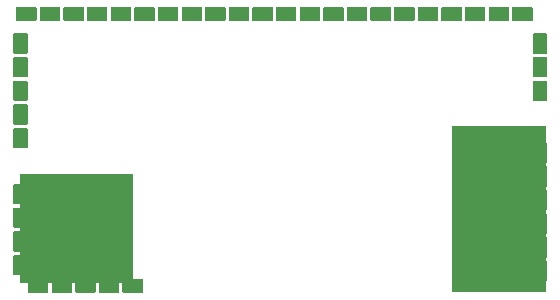
<source format=gbs>
G04*
G04 #@! TF.GenerationSoftware,Altium Limited,Altium Designer,24.5.2 (23)*
G04*
G04 Layer_Color=16711935*
%FSLAX44Y44*%
%MOMM*%
G71*
G04*
G04 #@! TF.SameCoordinates,245D8356-CA84-4E05-9727-EF31AAE23950*
G04*
G04*
G04 #@! TF.FilePolarity,Negative*
G04*
G01*
G75*
G36*
X437753Y241010D02*
X437883Y240984D01*
X438010Y240941D01*
X438129Y240882D01*
X438240Y240808D01*
X438340Y240720D01*
X438428Y240620D01*
X438502Y240509D01*
X438561Y240390D01*
X438604Y240264D01*
X438629Y240133D01*
X438638Y240000D01*
Y230000D01*
X438629Y229867D01*
X438604Y229736D01*
X438561Y229610D01*
X438502Y229491D01*
X438428Y229380D01*
X438340Y229280D01*
X438240Y229192D01*
X438129Y229118D01*
X438010Y229059D01*
X437883Y229016D01*
X437753Y228990D01*
X437620Y228982D01*
X422380Y228982D01*
X422247Y228991D01*
X422117Y229016D01*
X421990Y229059D01*
X421871Y229118D01*
X421760Y229192D01*
X421660Y229280D01*
X421572Y229380D01*
X421498Y229491D01*
X421439Y229610D01*
X421396Y229736D01*
X421371Y229867D01*
X421362Y230000D01*
Y240000D01*
X421371Y240133D01*
X421396Y240264D01*
X421439Y240390D01*
X421498Y240509D01*
X421572Y240620D01*
X421660Y240720D01*
X421760Y240808D01*
X421871Y240882D01*
X421990Y240941D01*
X422117Y240984D01*
X422247Y241010D01*
X422380Y241018D01*
X437620D01*
X437753Y241010D01*
D02*
G37*
G36*
X397753D02*
X397883Y240984D01*
X398010Y240941D01*
X398129Y240882D01*
X398240Y240808D01*
X398340Y240720D01*
X398428Y240620D01*
X398502Y240509D01*
X398561Y240390D01*
X398604Y240264D01*
X398629Y240133D01*
X398638Y240000D01*
Y230000D01*
X398629Y229867D01*
X398604Y229736D01*
X398561Y229610D01*
X398502Y229491D01*
X398428Y229380D01*
X398340Y229280D01*
X398240Y229192D01*
X398129Y229118D01*
X398010Y229059D01*
X397883Y229016D01*
X397753Y228990D01*
X397620Y228982D01*
X382380Y228982D01*
X382247Y228991D01*
X382117Y229016D01*
X381990Y229059D01*
X381871Y229118D01*
X381760Y229192D01*
X381660Y229280D01*
X381572Y229380D01*
X381498Y229491D01*
X381439Y229610D01*
X381396Y229736D01*
X381371Y229867D01*
X381362Y230000D01*
Y240000D01*
X381371Y240133D01*
X381396Y240264D01*
X381439Y240390D01*
X381498Y240509D01*
X381572Y240620D01*
X381660Y240720D01*
X381760Y240808D01*
X381871Y240882D01*
X381990Y240941D01*
X382117Y240984D01*
X382247Y241010D01*
X382380Y241018D01*
X397620D01*
X397753Y241010D01*
D02*
G37*
G36*
X377753D02*
X377883Y240984D01*
X378010Y240941D01*
X378129Y240882D01*
X378240Y240808D01*
X378340Y240720D01*
X378428Y240620D01*
X378502Y240509D01*
X378561Y240390D01*
X378604Y240264D01*
X378629Y240133D01*
X378638Y240000D01*
Y230000D01*
X378629Y229867D01*
X378604Y229736D01*
X378561Y229610D01*
X378502Y229491D01*
X378428Y229380D01*
X378340Y229280D01*
X378240Y229192D01*
X378129Y229118D01*
X378010Y229059D01*
X377883Y229016D01*
X377753Y228990D01*
X377620Y228982D01*
X362380Y228982D01*
X362247Y228991D01*
X362117Y229016D01*
X361990Y229059D01*
X361871Y229118D01*
X361760Y229192D01*
X361660Y229280D01*
X361572Y229380D01*
X361498Y229491D01*
X361439Y229610D01*
X361396Y229736D01*
X361371Y229867D01*
X361362Y230000D01*
Y240000D01*
X361371Y240133D01*
X361396Y240264D01*
X361439Y240390D01*
X361498Y240509D01*
X361572Y240620D01*
X361660Y240720D01*
X361760Y240808D01*
X361871Y240882D01*
X361990Y240941D01*
X362117Y240984D01*
X362247Y241010D01*
X362380Y241018D01*
X377620D01*
X377753Y241010D01*
D02*
G37*
G36*
X357753D02*
X357883Y240984D01*
X358010Y240941D01*
X358129Y240882D01*
X358240Y240808D01*
X358340Y240720D01*
X358428Y240620D01*
X358502Y240509D01*
X358561Y240390D01*
X358604Y240264D01*
X358629Y240133D01*
X358638Y240000D01*
Y230000D01*
X358629Y229867D01*
X358604Y229736D01*
X358561Y229610D01*
X358502Y229491D01*
X358428Y229380D01*
X358340Y229280D01*
X358240Y229192D01*
X358129Y229118D01*
X358010Y229059D01*
X357883Y229016D01*
X357753Y228990D01*
X357620Y228982D01*
X342380Y228982D01*
X342247Y228991D01*
X342117Y229016D01*
X341990Y229059D01*
X341871Y229118D01*
X341760Y229192D01*
X341660Y229280D01*
X341572Y229380D01*
X341498Y229491D01*
X341439Y229610D01*
X341396Y229736D01*
X341371Y229867D01*
X341362Y230000D01*
Y240000D01*
X341371Y240133D01*
X341396Y240264D01*
X341439Y240390D01*
X341498Y240509D01*
X341572Y240620D01*
X341660Y240720D01*
X341760Y240808D01*
X341871Y240882D01*
X341990Y240941D01*
X342117Y240984D01*
X342247Y241010D01*
X342380Y241018D01*
X357620D01*
X357753Y241010D01*
D02*
G37*
G36*
X337753D02*
X337883Y240984D01*
X338010Y240941D01*
X338129Y240882D01*
X338240Y240808D01*
X338340Y240720D01*
X338428Y240620D01*
X338502Y240509D01*
X338561Y240390D01*
X338604Y240264D01*
X338629Y240133D01*
X338638Y240000D01*
Y230000D01*
X338629Y229867D01*
X338604Y229736D01*
X338561Y229610D01*
X338502Y229491D01*
X338428Y229380D01*
X338340Y229280D01*
X338240Y229192D01*
X338129Y229118D01*
X338010Y229059D01*
X337883Y229016D01*
X337753Y228990D01*
X337620Y228982D01*
X322380Y228982D01*
X322247Y228991D01*
X322117Y229016D01*
X321990Y229059D01*
X321871Y229118D01*
X321760Y229192D01*
X321660Y229280D01*
X321572Y229380D01*
X321498Y229491D01*
X321439Y229610D01*
X321396Y229736D01*
X321371Y229867D01*
X321362Y230000D01*
Y240000D01*
X321371Y240133D01*
X321396Y240264D01*
X321439Y240390D01*
X321498Y240509D01*
X321572Y240620D01*
X321660Y240720D01*
X321760Y240808D01*
X321871Y240882D01*
X321990Y240941D01*
X322117Y240984D01*
X322247Y241010D01*
X322380Y241018D01*
X337620D01*
X337753Y241010D01*
D02*
G37*
G36*
X317753D02*
X317883Y240984D01*
X318010Y240941D01*
X318129Y240882D01*
X318240Y240808D01*
X318340Y240720D01*
X318428Y240620D01*
X318502Y240509D01*
X318561Y240390D01*
X318603Y240264D01*
X318629Y240133D01*
X318638Y240000D01*
Y230000D01*
X318629Y229867D01*
X318603Y229736D01*
X318561Y229610D01*
X318502Y229491D01*
X318428Y229380D01*
X318340Y229280D01*
X318240Y229192D01*
X318129Y229118D01*
X318010Y229059D01*
X317883Y229016D01*
X317753Y228990D01*
X317620Y228982D01*
X302380Y228982D01*
X302247Y228991D01*
X302117Y229016D01*
X301990Y229059D01*
X301871Y229118D01*
X301760Y229192D01*
X301660Y229280D01*
X301572Y229380D01*
X301498Y229491D01*
X301439Y229610D01*
X301397Y229736D01*
X301371Y229867D01*
X301362Y230000D01*
Y240000D01*
X301371Y240133D01*
X301397Y240264D01*
X301439Y240390D01*
X301498Y240509D01*
X301572Y240620D01*
X301660Y240720D01*
X301760Y240808D01*
X301871Y240882D01*
X301990Y240941D01*
X302117Y240984D01*
X302247Y241010D01*
X302380Y241018D01*
X317620D01*
X317753Y241010D01*
D02*
G37*
G36*
X297753D02*
X297883Y240984D01*
X298010Y240941D01*
X298129Y240882D01*
X298240Y240808D01*
X298340Y240720D01*
X298428Y240620D01*
X298502Y240509D01*
X298561Y240390D01*
X298603Y240264D01*
X298629Y240133D01*
X298638Y240000D01*
Y230000D01*
X298629Y229867D01*
X298603Y229736D01*
X298561Y229610D01*
X298502Y229491D01*
X298428Y229380D01*
X298340Y229280D01*
X298240Y229192D01*
X298129Y229118D01*
X298010Y229059D01*
X297883Y229016D01*
X297753Y228990D01*
X297620Y228982D01*
X282380Y228982D01*
X282247Y228991D01*
X282117Y229016D01*
X281990Y229059D01*
X281871Y229118D01*
X281760Y229192D01*
X281660Y229280D01*
X281572Y229380D01*
X281498Y229491D01*
X281439Y229610D01*
X281397Y229736D01*
X281371Y229867D01*
X281362Y230000D01*
Y240000D01*
X281371Y240133D01*
X281397Y240264D01*
X281439Y240390D01*
X281498Y240509D01*
X281572Y240620D01*
X281660Y240720D01*
X281760Y240808D01*
X281871Y240882D01*
X281990Y240941D01*
X282117Y240984D01*
X282247Y241010D01*
X282380Y241018D01*
X297620D01*
X297753Y241010D01*
D02*
G37*
G36*
X277753D02*
X277883Y240984D01*
X278010Y240941D01*
X278129Y240882D01*
X278240Y240808D01*
X278340Y240720D01*
X278428Y240620D01*
X278502Y240509D01*
X278561Y240390D01*
X278603Y240264D01*
X278629Y240133D01*
X278638Y240000D01*
Y230000D01*
X278629Y229867D01*
X278603Y229736D01*
X278561Y229610D01*
X278502Y229491D01*
X278428Y229380D01*
X278340Y229280D01*
X278240Y229192D01*
X278129Y229118D01*
X278010Y229059D01*
X277883Y229016D01*
X277753Y228990D01*
X277620Y228982D01*
X262380Y228982D01*
X262247Y228991D01*
X262117Y229016D01*
X261990Y229059D01*
X261871Y229118D01*
X261760Y229192D01*
X261660Y229280D01*
X261572Y229380D01*
X261498Y229491D01*
X261439Y229610D01*
X261397Y229736D01*
X261371Y229867D01*
X261362Y230000D01*
Y240000D01*
X261371Y240133D01*
X261397Y240264D01*
X261439Y240390D01*
X261498Y240509D01*
X261572Y240620D01*
X261660Y240720D01*
X261760Y240808D01*
X261871Y240882D01*
X261990Y240941D01*
X262117Y240984D01*
X262247Y241010D01*
X262380Y241018D01*
X277620D01*
X277753Y241010D01*
D02*
G37*
G36*
X257753D02*
X257883Y240984D01*
X258010Y240941D01*
X258129Y240882D01*
X258240Y240808D01*
X258340Y240720D01*
X258428Y240620D01*
X258502Y240509D01*
X258561Y240390D01*
X258603Y240264D01*
X258629Y240133D01*
X258638Y240000D01*
Y230000D01*
X258629Y229867D01*
X258603Y229736D01*
X258561Y229610D01*
X258502Y229491D01*
X258428Y229380D01*
X258340Y229280D01*
X258240Y229192D01*
X258129Y229118D01*
X258010Y229059D01*
X257883Y229016D01*
X257753Y228990D01*
X257620Y228982D01*
X242380Y228982D01*
X242247Y228991D01*
X242117Y229016D01*
X241990Y229059D01*
X241871Y229118D01*
X241760Y229192D01*
X241660Y229280D01*
X241572Y229380D01*
X241498Y229491D01*
X241439Y229610D01*
X241397Y229736D01*
X241371Y229867D01*
X241362Y230000D01*
Y240000D01*
X241371Y240133D01*
X241397Y240264D01*
X241439Y240390D01*
X241498Y240509D01*
X241572Y240620D01*
X241660Y240720D01*
X241760Y240808D01*
X241871Y240882D01*
X241990Y240941D01*
X242117Y240984D01*
X242247Y241010D01*
X242380Y241018D01*
X257620D01*
X257753Y241010D01*
D02*
G37*
G36*
X237753D02*
X237883Y240984D01*
X238010Y240941D01*
X238129Y240882D01*
X238240Y240808D01*
X238340Y240720D01*
X238428Y240620D01*
X238502Y240509D01*
X238561Y240390D01*
X238603Y240264D01*
X238629Y240133D01*
X238638Y240000D01*
Y230000D01*
X238629Y229867D01*
X238603Y229736D01*
X238561Y229610D01*
X238502Y229491D01*
X238428Y229380D01*
X238340Y229280D01*
X238240Y229192D01*
X238129Y229118D01*
X238010Y229059D01*
X237883Y229016D01*
X237753Y228990D01*
X237620Y228982D01*
X222380Y228982D01*
X222247Y228991D01*
X222117Y229016D01*
X221990Y229059D01*
X221871Y229118D01*
X221760Y229192D01*
X221660Y229280D01*
X221572Y229380D01*
X221498Y229491D01*
X221439Y229610D01*
X221397Y229736D01*
X221371Y229867D01*
X221362Y230000D01*
Y240000D01*
X221371Y240133D01*
X221397Y240264D01*
X221439Y240390D01*
X221498Y240509D01*
X221572Y240620D01*
X221660Y240720D01*
X221760Y240808D01*
X221871Y240882D01*
X221990Y240941D01*
X222117Y240984D01*
X222247Y241010D01*
X222380Y241018D01*
X237620D01*
X237753Y241010D01*
D02*
G37*
G36*
X177753D02*
X177883Y240984D01*
X178010Y240941D01*
X178129Y240882D01*
X178240Y240808D01*
X178340Y240720D01*
X178428Y240620D01*
X178502Y240509D01*
X178561Y240390D01*
X178603Y240264D01*
X178629Y240133D01*
X178638Y240000D01*
Y230000D01*
X178629Y229867D01*
X178603Y229736D01*
X178561Y229610D01*
X178502Y229491D01*
X178428Y229380D01*
X178340Y229280D01*
X178240Y229192D01*
X178129Y229118D01*
X178010Y229059D01*
X177883Y229016D01*
X177753Y228990D01*
X177620Y228982D01*
X162380Y228982D01*
X162247Y228991D01*
X162117Y229016D01*
X161990Y229059D01*
X161871Y229118D01*
X161760Y229192D01*
X161660Y229280D01*
X161572Y229380D01*
X161498Y229491D01*
X161439Y229610D01*
X161397Y229736D01*
X161371Y229867D01*
X161362Y230000D01*
Y240000D01*
X161371Y240133D01*
X161397Y240264D01*
X161439Y240390D01*
X161498Y240509D01*
X161572Y240620D01*
X161660Y240720D01*
X161760Y240808D01*
X161871Y240882D01*
X161990Y240941D01*
X162117Y240984D01*
X162247Y241010D01*
X162380Y241018D01*
X177620D01*
X177753Y241010D01*
D02*
G37*
G36*
X157753D02*
X157884Y240984D01*
X158010Y240941D01*
X158129Y240882D01*
X158240Y240808D01*
X158340Y240720D01*
X158428Y240620D01*
X158502Y240509D01*
X158561Y240390D01*
X158603Y240264D01*
X158630Y240133D01*
X158638Y240000D01*
Y230000D01*
X158630Y229867D01*
X158603Y229736D01*
X158561Y229610D01*
X158502Y229491D01*
X158428Y229380D01*
X158340Y229280D01*
X158240Y229192D01*
X158129Y229118D01*
X158010Y229059D01*
X157884Y229016D01*
X157753Y228990D01*
X157620Y228982D01*
X142380Y228982D01*
X142247Y228991D01*
X142116Y229016D01*
X141990Y229059D01*
X141871Y229118D01*
X141760Y229192D01*
X141660Y229280D01*
X141572Y229380D01*
X141498Y229491D01*
X141439Y229610D01*
X141397Y229736D01*
X141370Y229867D01*
X141362Y230000D01*
Y240000D01*
X141370Y240133D01*
X141397Y240264D01*
X141439Y240390D01*
X141498Y240509D01*
X141572Y240620D01*
X141660Y240720D01*
X141760Y240808D01*
X141871Y240882D01*
X141990Y240941D01*
X142116Y240984D01*
X142247Y241010D01*
X142380Y241018D01*
X157620D01*
X157753Y241010D01*
D02*
G37*
G36*
X137753D02*
X137884Y240984D01*
X138010Y240941D01*
X138129Y240882D01*
X138240Y240808D01*
X138340Y240720D01*
X138428Y240620D01*
X138502Y240509D01*
X138561Y240390D01*
X138603Y240264D01*
X138630Y240133D01*
X138638Y240000D01*
Y230000D01*
X138630Y229867D01*
X138603Y229736D01*
X138561Y229610D01*
X138502Y229491D01*
X138428Y229380D01*
X138340Y229280D01*
X138240Y229192D01*
X138129Y229118D01*
X138010Y229059D01*
X137884Y229016D01*
X137753Y228990D01*
X137620Y228982D01*
X122380Y228982D01*
X122247Y228991D01*
X122116Y229016D01*
X121990Y229059D01*
X121871Y229118D01*
X121760Y229192D01*
X121660Y229280D01*
X121572Y229380D01*
X121498Y229491D01*
X121439Y229610D01*
X121397Y229736D01*
X121370Y229867D01*
X121362Y230000D01*
Y240000D01*
X121370Y240133D01*
X121397Y240264D01*
X121439Y240390D01*
X121498Y240509D01*
X121572Y240620D01*
X121660Y240720D01*
X121760Y240808D01*
X121871Y240882D01*
X121990Y240941D01*
X122116Y240984D01*
X122247Y241010D01*
X122380Y241018D01*
X137620D01*
X137753Y241010D01*
D02*
G37*
G36*
X117753D02*
X117884Y240984D01*
X118010Y240941D01*
X118129Y240882D01*
X118240Y240808D01*
X118340Y240720D01*
X118428Y240620D01*
X118502Y240509D01*
X118561Y240390D01*
X118603Y240264D01*
X118630Y240133D01*
X118638Y240000D01*
Y230000D01*
X118630Y229867D01*
X118603Y229736D01*
X118561Y229610D01*
X118502Y229491D01*
X118428Y229380D01*
X118340Y229280D01*
X118240Y229192D01*
X118129Y229118D01*
X118010Y229059D01*
X117884Y229016D01*
X117753Y228990D01*
X117620Y228982D01*
X102380Y228982D01*
X102247Y228991D01*
X102116Y229016D01*
X101990Y229059D01*
X101871Y229118D01*
X101760Y229192D01*
X101660Y229280D01*
X101572Y229380D01*
X101498Y229491D01*
X101439Y229610D01*
X101397Y229736D01*
X101370Y229867D01*
X101362Y230000D01*
Y240000D01*
X101370Y240133D01*
X101397Y240264D01*
X101439Y240390D01*
X101498Y240509D01*
X101572Y240620D01*
X101660Y240720D01*
X101760Y240808D01*
X101871Y240882D01*
X101990Y240941D01*
X102116Y240984D01*
X102247Y241010D01*
X102380Y241018D01*
X117620D01*
X117753Y241010D01*
D02*
G37*
G36*
X97753D02*
X97884Y240984D01*
X98010Y240941D01*
X98129Y240882D01*
X98240Y240808D01*
X98340Y240720D01*
X98428Y240620D01*
X98502Y240509D01*
X98561Y240390D01*
X98603Y240264D01*
X98630Y240133D01*
X98638Y240000D01*
Y230000D01*
X98630Y229867D01*
X98603Y229736D01*
X98561Y229610D01*
X98502Y229491D01*
X98428Y229380D01*
X98340Y229280D01*
X98240Y229192D01*
X98129Y229118D01*
X98010Y229059D01*
X97884Y229016D01*
X97753Y228990D01*
X97620Y228982D01*
X82380Y228982D01*
X82247Y228991D01*
X82116Y229016D01*
X81990Y229059D01*
X81871Y229118D01*
X81760Y229192D01*
X81660Y229280D01*
X81572Y229380D01*
X81498Y229491D01*
X81439Y229610D01*
X81397Y229736D01*
X81370Y229867D01*
X81362Y230000D01*
Y240000D01*
X81370Y240133D01*
X81397Y240264D01*
X81439Y240390D01*
X81498Y240509D01*
X81572Y240620D01*
X81660Y240720D01*
X81760Y240808D01*
X81871Y240882D01*
X81990Y240941D01*
X82116Y240984D01*
X82247Y241010D01*
X82380Y241018D01*
X97620D01*
X97753Y241010D01*
D02*
G37*
G36*
X57753D02*
X57884Y240984D01*
X58010Y240941D01*
X58129Y240882D01*
X58240Y240808D01*
X58340Y240720D01*
X58428Y240620D01*
X58502Y240509D01*
X58561Y240390D01*
X58604Y240264D01*
X58629Y240133D01*
X58638Y240000D01*
Y230000D01*
X58629Y229867D01*
X58604Y229736D01*
X58561Y229610D01*
X58502Y229491D01*
X58428Y229380D01*
X58340Y229280D01*
X58240Y229192D01*
X58129Y229118D01*
X58010Y229059D01*
X57884Y229016D01*
X57753Y228990D01*
X57620Y228982D01*
X42380Y228982D01*
X42247Y228991D01*
X42116Y229016D01*
X41990Y229059D01*
X41871Y229118D01*
X41760Y229192D01*
X41660Y229280D01*
X41572Y229380D01*
X41498Y229491D01*
X41439Y229610D01*
X41396Y229736D01*
X41371Y229867D01*
X41362Y230000D01*
Y240000D01*
X41371Y240133D01*
X41396Y240264D01*
X41439Y240390D01*
X41498Y240509D01*
X41572Y240620D01*
X41660Y240720D01*
X41760Y240808D01*
X41871Y240882D01*
X41990Y240941D01*
X42116Y240984D01*
X42247Y241010D01*
X42380Y241018D01*
X57620D01*
X57753Y241010D01*
D02*
G37*
G36*
X37753D02*
X37884Y240984D01*
X38010Y240941D01*
X38129Y240882D01*
X38240Y240808D01*
X38340Y240720D01*
X38428Y240620D01*
X38502Y240509D01*
X38561Y240390D01*
X38603Y240264D01*
X38630Y240133D01*
X38638Y240000D01*
Y230000D01*
X38630Y229867D01*
X38603Y229736D01*
X38561Y229610D01*
X38502Y229491D01*
X38428Y229380D01*
X38340Y229280D01*
X38240Y229192D01*
X38129Y229118D01*
X38010Y229059D01*
X37884Y229016D01*
X37753Y228990D01*
X37620Y228982D01*
X22380Y228982D01*
X22247Y228991D01*
X22116Y229016D01*
X21990Y229059D01*
X21871Y229118D01*
X21760Y229192D01*
X21660Y229280D01*
X21572Y229380D01*
X21498Y229491D01*
X21439Y229610D01*
X21397Y229736D01*
X21370Y229867D01*
X21362Y230000D01*
Y240000D01*
X21370Y240133D01*
X21397Y240264D01*
X21439Y240390D01*
X21498Y240509D01*
X21572Y240620D01*
X21660Y240720D01*
X21760Y240808D01*
X21871Y240882D01*
X21990Y240941D01*
X22116Y240984D01*
X22247Y241010D01*
X22380Y241018D01*
X37620D01*
X37753Y241010D01*
D02*
G37*
G36*
X17753D02*
X17883Y240984D01*
X18010Y240941D01*
X18129Y240882D01*
X18240Y240808D01*
X18340Y240720D01*
X18428Y240620D01*
X18502Y240509D01*
X18561Y240390D01*
X18604Y240264D01*
X18629Y240133D01*
X18638Y240000D01*
Y230000D01*
X18629Y229867D01*
X18604Y229736D01*
X18561Y229610D01*
X18502Y229491D01*
X18428Y229380D01*
X18340Y229280D01*
X18240Y229192D01*
X18129Y229118D01*
X18010Y229059D01*
X17883Y229016D01*
X17753Y228990D01*
X17620Y228982D01*
X2380Y228982D01*
X2247Y228991D01*
X2116Y229016D01*
X1990Y229059D01*
X1871Y229118D01*
X1760Y229192D01*
X1660Y229280D01*
X1572Y229380D01*
X1498Y229491D01*
X1439Y229610D01*
X1397Y229736D01*
X1371Y229867D01*
X1362Y230000D01*
Y240000D01*
X1371Y240133D01*
X1397Y240264D01*
X1439Y240390D01*
X1498Y240509D01*
X1572Y240620D01*
X1660Y240720D01*
X1760Y240808D01*
X1871Y240882D01*
X1990Y240941D01*
X2116Y240984D01*
X2247Y241010D01*
X2380Y241018D01*
X17620D01*
X17753Y241010D01*
D02*
G37*
G36*
X417753Y241009D02*
X417883Y240984D01*
X418010Y240941D01*
X418129Y240882D01*
X418240Y240808D01*
X418340Y240720D01*
X418428Y240620D01*
X418502Y240509D01*
X418561Y240390D01*
X418604Y240264D01*
X418629Y240133D01*
X418638Y240000D01*
Y230000D01*
X418629Y229867D01*
X418604Y229736D01*
X418561Y229610D01*
X418502Y229491D01*
X418428Y229380D01*
X418340Y229280D01*
X418240Y229192D01*
X418129Y229118D01*
X418010Y229059D01*
X417883Y229016D01*
X417753Y228990D01*
X417620Y228982D01*
X402380Y228982D01*
X402247Y228990D01*
X402116Y229016D01*
X401990Y229059D01*
X401871Y229118D01*
X401760Y229192D01*
X401660Y229280D01*
X401572Y229380D01*
X401498Y229491D01*
X401439Y229610D01*
X401396Y229736D01*
X401371Y229867D01*
X401362Y230000D01*
Y240000D01*
X401371Y240133D01*
X401396Y240264D01*
X401439Y240390D01*
X401498Y240509D01*
X401572Y240620D01*
X401660Y240720D01*
X401760Y240808D01*
X401871Y240882D01*
X401990Y240941D01*
X402116Y240984D01*
X402247Y241009D01*
X402380Y241018D01*
X417620D01*
X417753Y241009D01*
D02*
G37*
G36*
X217753D02*
X217883Y240984D01*
X218010Y240941D01*
X218129Y240882D01*
X218240Y240808D01*
X218340Y240720D01*
X218428Y240620D01*
X218502Y240509D01*
X218561Y240390D01*
X218603Y240264D01*
X218629Y240133D01*
X218638Y240000D01*
Y230000D01*
X218629Y229867D01*
X218603Y229736D01*
X218561Y229610D01*
X218502Y229491D01*
X218428Y229380D01*
X218340Y229280D01*
X218240Y229192D01*
X218129Y229118D01*
X218010Y229059D01*
X217883Y229016D01*
X217753Y228990D01*
X217620Y228982D01*
X202380Y228982D01*
X202247Y228990D01*
X202117Y229016D01*
X201990Y229059D01*
X201871Y229118D01*
X201760Y229192D01*
X201660Y229280D01*
X201572Y229380D01*
X201498Y229491D01*
X201439Y229610D01*
X201397Y229736D01*
X201371Y229867D01*
X201362Y230000D01*
Y240000D01*
X201371Y240133D01*
X201397Y240264D01*
X201439Y240390D01*
X201498Y240509D01*
X201572Y240620D01*
X201660Y240720D01*
X201760Y240808D01*
X201871Y240882D01*
X201990Y240941D01*
X202117Y240984D01*
X202247Y241009D01*
X202380Y241018D01*
X217620D01*
X217753Y241009D01*
D02*
G37*
G36*
X197753D02*
X197883Y240984D01*
X198010Y240941D01*
X198129Y240882D01*
X198240Y240808D01*
X198340Y240720D01*
X198428Y240620D01*
X198502Y240509D01*
X198561Y240390D01*
X198603Y240264D01*
X198629Y240133D01*
X198638Y240000D01*
Y230000D01*
X198629Y229867D01*
X198603Y229736D01*
X198561Y229610D01*
X198502Y229491D01*
X198428Y229380D01*
X198340Y229280D01*
X198240Y229192D01*
X198129Y229118D01*
X198010Y229059D01*
X197883Y229016D01*
X197753Y228990D01*
X197620Y228982D01*
X182380Y228982D01*
X182247Y228990D01*
X182117Y229016D01*
X181990Y229059D01*
X181871Y229118D01*
X181760Y229192D01*
X181660Y229280D01*
X181572Y229380D01*
X181498Y229491D01*
X181439Y229610D01*
X181397Y229736D01*
X181371Y229867D01*
X181362Y230000D01*
Y240000D01*
X181371Y240133D01*
X181397Y240264D01*
X181439Y240390D01*
X181498Y240509D01*
X181572Y240620D01*
X181660Y240720D01*
X181760Y240808D01*
X181871Y240882D01*
X181990Y240941D01*
X182117Y240984D01*
X182247Y241009D01*
X182380Y241018D01*
X197620D01*
X197753Y241009D01*
D02*
G37*
G36*
X77753D02*
X77884Y240984D01*
X78010Y240941D01*
X78129Y240882D01*
X78240Y240808D01*
X78340Y240720D01*
X78428Y240620D01*
X78502Y240509D01*
X78561Y240390D01*
X78604Y240264D01*
X78629Y240133D01*
X78638Y240000D01*
Y230000D01*
X78629Y229867D01*
X78604Y229736D01*
X78561Y229610D01*
X78502Y229491D01*
X78428Y229380D01*
X78340Y229280D01*
X78240Y229192D01*
X78129Y229118D01*
X78010Y229059D01*
X77884Y229016D01*
X77753Y228990D01*
X77620Y228982D01*
X62380Y228982D01*
X62247Y228990D01*
X62116Y229016D01*
X61990Y229059D01*
X61871Y229118D01*
X61760Y229192D01*
X61660Y229280D01*
X61572Y229380D01*
X61498Y229491D01*
X61439Y229610D01*
X61396Y229736D01*
X61371Y229867D01*
X61362Y230000D01*
Y240000D01*
X61371Y240133D01*
X61396Y240264D01*
X61439Y240390D01*
X61498Y240509D01*
X61572Y240620D01*
X61660Y240720D01*
X61760Y240808D01*
X61871Y240882D01*
X61990Y240941D01*
X62116Y240984D01*
X62247Y241009D01*
X62380Y241018D01*
X77620D01*
X77753Y241009D01*
D02*
G37*
G36*
X450133Y218629D02*
X450263Y218603D01*
X450390Y218561D01*
X450509Y218502D01*
X450620Y218428D01*
X450720Y218340D01*
X450808Y218240D01*
X450882Y218129D01*
X450941Y218010D01*
X450984Y217883D01*
X451009Y217753D01*
X451018Y217620D01*
Y202380D01*
X451009Y202247D01*
X450984Y202117D01*
X450941Y201990D01*
X450882Y201871D01*
X450808Y201760D01*
X450720Y201660D01*
X450620Y201572D01*
X450509Y201498D01*
X450390Y201439D01*
X450263Y201397D01*
X450133Y201371D01*
X450000Y201362D01*
X440000D01*
X439867Y201371D01*
X439737Y201397D01*
X439610Y201439D01*
X439491Y201498D01*
X439380Y201572D01*
X439280Y201660D01*
X439192Y201760D01*
X439118Y201871D01*
X439059Y201990D01*
X439016Y202117D01*
X438991Y202247D01*
X438982Y202380D01*
X438982Y217620D01*
X438991Y217753D01*
X439016Y217883D01*
X439059Y218010D01*
X439118Y218129D01*
X439192Y218240D01*
X439280Y218340D01*
X439380Y218428D01*
X439491Y218502D01*
X439610Y218561D01*
X439737Y218603D01*
X439867Y218629D01*
X440000Y218638D01*
X450000D01*
X450133Y218629D01*
D02*
G37*
G36*
X10133D02*
X10264Y218603D01*
X10390Y218561D01*
X10509Y218502D01*
X10620Y218428D01*
X10720Y218340D01*
X10808Y218240D01*
X10882Y218129D01*
X10941Y218010D01*
X10984Y217883D01*
X11010Y217753D01*
X11018Y217620D01*
X11018Y202380D01*
X11010Y202247D01*
X10984Y202117D01*
X10941Y201990D01*
X10882Y201871D01*
X10808Y201760D01*
X10720Y201660D01*
X10620Y201572D01*
X10509Y201498D01*
X10390Y201439D01*
X10264Y201397D01*
X10133Y201371D01*
X10000Y201362D01*
X0D01*
X-133Y201371D01*
X-264Y201397D01*
X-390Y201439D01*
X-509Y201498D01*
X-620Y201572D01*
X-720Y201660D01*
X-808Y201760D01*
X-882Y201871D01*
X-941Y201990D01*
X-984Y202117D01*
X-1010Y202247D01*
X-1018Y202380D01*
Y217620D01*
X-1010Y217753D01*
X-984Y217883D01*
X-941Y218010D01*
X-882Y218129D01*
X-808Y218240D01*
X-720Y218340D01*
X-620Y218428D01*
X-509Y218502D01*
X-390Y218561D01*
X-264Y218603D01*
X-133Y218629D01*
X0Y218638D01*
X10000D01*
X10133Y218629D01*
D02*
G37*
G36*
X450133Y198629D02*
X450263Y198603D01*
X450390Y198561D01*
X450509Y198502D01*
X450620Y198428D01*
X450720Y198340D01*
X450808Y198240D01*
X450882Y198129D01*
X450941Y198010D01*
X450984Y197883D01*
X451009Y197753D01*
X451018Y197620D01*
Y182380D01*
X451009Y182247D01*
X450984Y182117D01*
X450941Y181990D01*
X450882Y181871D01*
X450808Y181760D01*
X450720Y181660D01*
X450620Y181572D01*
X450509Y181498D01*
X450390Y181439D01*
X450263Y181397D01*
X450133Y181371D01*
X450000Y181362D01*
X440000D01*
X439867Y181371D01*
X439737Y181397D01*
X439610Y181439D01*
X439491Y181498D01*
X439380Y181572D01*
X439280Y181660D01*
X439192Y181760D01*
X439118Y181871D01*
X439059Y181990D01*
X439016Y182117D01*
X438991Y182247D01*
X438982Y182380D01*
X438982Y197620D01*
X438991Y197753D01*
X439016Y197883D01*
X439059Y198010D01*
X439118Y198129D01*
X439192Y198240D01*
X439280Y198340D01*
X439380Y198428D01*
X439491Y198502D01*
X439610Y198561D01*
X439737Y198603D01*
X439867Y198629D01*
X440000Y198638D01*
X450000D01*
X450133Y198629D01*
D02*
G37*
G36*
X10133D02*
X10264Y198603D01*
X10390Y198561D01*
X10509Y198502D01*
X10620Y198428D01*
X10720Y198340D01*
X10808Y198240D01*
X10882Y198129D01*
X10941Y198010D01*
X10984Y197883D01*
X11010Y197753D01*
X11018Y197620D01*
X11018Y182380D01*
X11010Y182247D01*
X10984Y182117D01*
X10941Y181990D01*
X10882Y181871D01*
X10808Y181760D01*
X10720Y181660D01*
X10620Y181572D01*
X10509Y181498D01*
X10390Y181439D01*
X10264Y181397D01*
X10133Y181371D01*
X10000Y181362D01*
X0D01*
X-133Y181371D01*
X-264Y181397D01*
X-390Y181439D01*
X-509Y181498D01*
X-620Y181572D01*
X-720Y181660D01*
X-808Y181760D01*
X-882Y181871D01*
X-941Y181990D01*
X-984Y182117D01*
X-1010Y182247D01*
X-1018Y182380D01*
Y197620D01*
X-1010Y197753D01*
X-984Y197883D01*
X-941Y198010D01*
X-882Y198129D01*
X-808Y198240D01*
X-720Y198340D01*
X-620Y198428D01*
X-509Y198502D01*
X-390Y198561D01*
X-264Y198603D01*
X-133Y198629D01*
X0Y198638D01*
X10000D01*
X10133Y198629D01*
D02*
G37*
G36*
X450133Y178629D02*
X450263Y178603D01*
X450390Y178561D01*
X450509Y178502D01*
X450620Y178428D01*
X450720Y178340D01*
X450808Y178240D01*
X450882Y178129D01*
X450941Y178010D01*
X450984Y177883D01*
X451009Y177753D01*
X451018Y177620D01*
Y162380D01*
X451009Y162247D01*
X450984Y162117D01*
X450941Y161990D01*
X450882Y161871D01*
X450808Y161760D01*
X450720Y161660D01*
X450620Y161572D01*
X450509Y161498D01*
X450390Y161439D01*
X450263Y161397D01*
X450133Y161371D01*
X450000Y161362D01*
X440000D01*
X439867Y161371D01*
X439737Y161397D01*
X439610Y161439D01*
X439491Y161498D01*
X439380Y161572D01*
X439280Y161660D01*
X439192Y161760D01*
X439118Y161871D01*
X439059Y161990D01*
X439016Y162117D01*
X438991Y162247D01*
X438982Y162380D01*
X438982Y177620D01*
X438991Y177753D01*
X439016Y177883D01*
X439059Y178010D01*
X439118Y178129D01*
X439192Y178240D01*
X439280Y178340D01*
X439380Y178428D01*
X439491Y178502D01*
X439610Y178561D01*
X439737Y178603D01*
X439867Y178629D01*
X440000Y178638D01*
X450000D01*
X450133Y178629D01*
D02*
G37*
G36*
X10133D02*
X10264Y178603D01*
X10390Y178561D01*
X10509Y178502D01*
X10620Y178428D01*
X10720Y178340D01*
X10808Y178240D01*
X10882Y178129D01*
X10941Y178010D01*
X10984Y177883D01*
X11010Y177753D01*
X11018Y177620D01*
X11018Y162380D01*
X11010Y162247D01*
X10984Y162117D01*
X10941Y161990D01*
X10882Y161871D01*
X10808Y161760D01*
X10720Y161660D01*
X10620Y161572D01*
X10509Y161498D01*
X10390Y161439D01*
X10264Y161397D01*
X10133Y161371D01*
X10000Y161362D01*
X0D01*
X-133Y161371D01*
X-264Y161397D01*
X-390Y161439D01*
X-509Y161498D01*
X-620Y161572D01*
X-720Y161660D01*
X-808Y161760D01*
X-882Y161871D01*
X-941Y161990D01*
X-984Y162117D01*
X-1010Y162247D01*
X-1018Y162380D01*
Y177620D01*
X-1010Y177753D01*
X-984Y177883D01*
X-941Y178010D01*
X-882Y178129D01*
X-808Y178240D01*
X-720Y178340D01*
X-620Y178428D01*
X-509Y178502D01*
X-390Y178561D01*
X-264Y178603D01*
X-133Y178629D01*
X0Y178638D01*
X10000D01*
X10133Y178629D01*
D02*
G37*
G36*
Y158630D02*
X10264Y158603D01*
X10390Y158561D01*
X10509Y158502D01*
X10620Y158428D01*
X10720Y158340D01*
X10808Y158240D01*
X10882Y158129D01*
X10941Y158010D01*
X10984Y157884D01*
X11010Y157753D01*
X11018Y157620D01*
X11018Y142380D01*
X11010Y142247D01*
X10984Y142116D01*
X10941Y141990D01*
X10882Y141871D01*
X10808Y141760D01*
X10720Y141660D01*
X10620Y141572D01*
X10509Y141498D01*
X10390Y141439D01*
X10264Y141397D01*
X10133Y141370D01*
X10000Y141362D01*
X0D01*
X-133Y141370D01*
X-264Y141397D01*
X-390Y141439D01*
X-509Y141498D01*
X-620Y141572D01*
X-720Y141660D01*
X-808Y141760D01*
X-882Y141871D01*
X-941Y141990D01*
X-984Y142116D01*
X-1010Y142247D01*
X-1018Y142380D01*
Y157620D01*
X-1010Y157753D01*
X-984Y157884D01*
X-941Y158010D01*
X-882Y158129D01*
X-808Y158240D01*
X-720Y158340D01*
X-620Y158428D01*
X-509Y158502D01*
X-390Y158561D01*
X-264Y158603D01*
X-133Y158630D01*
X0Y158638D01*
X10000D01*
X10133Y158630D01*
D02*
G37*
G36*
Y138630D02*
X10264Y138603D01*
X10390Y138561D01*
X10509Y138502D01*
X10620Y138428D01*
X10720Y138340D01*
X10808Y138240D01*
X10882Y138129D01*
X10941Y138010D01*
X10984Y137884D01*
X11010Y137753D01*
X11018Y137620D01*
X11018Y122380D01*
X11010Y122247D01*
X10984Y122116D01*
X10941Y121990D01*
X10882Y121871D01*
X10808Y121760D01*
X10720Y121660D01*
X10620Y121572D01*
X10509Y121498D01*
X10390Y121439D01*
X10264Y121397D01*
X10133Y121370D01*
X10000Y121362D01*
X0D01*
X-133Y121370D01*
X-264Y121397D01*
X-390Y121439D01*
X-509Y121498D01*
X-620Y121572D01*
X-720Y121660D01*
X-808Y121760D01*
X-882Y121871D01*
X-941Y121990D01*
X-984Y122116D01*
X-1010Y122247D01*
X-1018Y122380D01*
Y137620D01*
X-1010Y137753D01*
X-984Y137884D01*
X-941Y138010D01*
X-882Y138129D01*
X-808Y138240D01*
X-720Y138340D01*
X-620Y138428D01*
X-509Y138502D01*
X-390Y138561D01*
X-264Y138603D01*
X-133Y138630D01*
X0Y138638D01*
X10000D01*
X10133Y138630D01*
D02*
G37*
G36*
X450000Y126138D02*
X450133Y126130D01*
X450263Y126103D01*
X450390Y126061D01*
X450509Y126002D01*
X450620Y125928D01*
X450720Y125840D01*
X450808Y125740D01*
X450882Y125629D01*
X450941Y125510D01*
X450984Y125384D01*
X451009Y125253D01*
X451018Y125120D01*
Y109880D01*
X451009Y109747D01*
X450984Y109616D01*
X450941Y109490D01*
X450882Y109371D01*
X450808Y109260D01*
X450720Y109160D01*
X450620Y109072D01*
X450509Y108998D01*
X450390Y108939D01*
X450263Y108897D01*
X450133Y108870D01*
X450000Y108862D01*
Y106138D01*
X450133Y106130D01*
X450263Y106103D01*
X450390Y106061D01*
X450509Y106002D01*
X450620Y105928D01*
X450720Y105840D01*
X450808Y105740D01*
X450882Y105629D01*
X450941Y105510D01*
X450984Y105384D01*
X451009Y105253D01*
X451018Y105120D01*
Y89880D01*
X451009Y89747D01*
X450984Y89616D01*
X450941Y89490D01*
X450882Y89371D01*
X450808Y89260D01*
X450720Y89160D01*
X450620Y89072D01*
X450509Y88998D01*
X450390Y88939D01*
X450263Y88897D01*
X450133Y88870D01*
X450000Y88862D01*
Y86138D01*
X450133Y86130D01*
X450263Y86103D01*
X450390Y86061D01*
X450509Y86002D01*
X450620Y85928D01*
X450720Y85840D01*
X450808Y85740D01*
X450882Y85629D01*
X450941Y85510D01*
X450984Y85384D01*
X451009Y85253D01*
X451018Y85120D01*
Y69880D01*
X451009Y69747D01*
X450984Y69616D01*
X450941Y69490D01*
X450882Y69371D01*
X450808Y69260D01*
X450720Y69160D01*
X450620Y69072D01*
X450509Y68998D01*
X450390Y68939D01*
X450263Y68896D01*
X450133Y68871D01*
X450000Y68862D01*
Y66138D01*
X450133Y66129D01*
X450263Y66104D01*
X450390Y66061D01*
X450509Y66002D01*
X450620Y65928D01*
X450720Y65840D01*
X450808Y65740D01*
X450882Y65629D01*
X450941Y65510D01*
X450984Y65384D01*
X451009Y65253D01*
X451018Y65120D01*
Y49880D01*
X451009Y49747D01*
X450984Y49616D01*
X450941Y49490D01*
X450882Y49371D01*
X450808Y49260D01*
X450720Y49160D01*
X450620Y49072D01*
X450509Y48998D01*
X450390Y48939D01*
X450263Y48896D01*
X450133Y48871D01*
X450000Y48862D01*
Y46138D01*
X450133Y46129D01*
X450263Y46104D01*
X450390Y46061D01*
X450509Y46002D01*
X450620Y45928D01*
X450720Y45840D01*
X450808Y45740D01*
X450882Y45629D01*
X450941Y45510D01*
X450984Y45384D01*
X451009Y45253D01*
X451018Y45120D01*
Y29880D01*
X451009Y29747D01*
X450984Y29616D01*
X450941Y29490D01*
X450882Y29371D01*
X450808Y29260D01*
X450720Y29160D01*
X450620Y29072D01*
X450509Y28998D01*
X450390Y28939D01*
X450263Y28897D01*
X450133Y28871D01*
X450000Y28862D01*
Y26138D01*
X450133Y26130D01*
X450263Y26103D01*
X450390Y26061D01*
X450509Y26002D01*
X450620Y25928D01*
X450720Y25840D01*
X450808Y25740D01*
X450882Y25629D01*
X450941Y25510D01*
X450984Y25384D01*
X451009Y25253D01*
X451018Y25120D01*
Y9880D01*
X451009Y9747D01*
X450984Y9617D01*
X450941Y9490D01*
X450882Y9371D01*
X450808Y9260D01*
X450720Y9160D01*
X450620Y9072D01*
X450509Y8998D01*
X450390Y8939D01*
X450263Y8896D01*
X450133Y8870D01*
X450000Y8862D01*
Y0D01*
X370000D01*
Y140000D01*
X450000D01*
Y126138D01*
D02*
G37*
G36*
X100000Y11018D02*
X107620D01*
D01*
X107753Y11010D01*
X107884Y10984D01*
X108010Y10941D01*
X108129Y10882D01*
X108240Y10808D01*
X108340Y10720D01*
X108428Y10620D01*
X108502Y10509D01*
X108561Y10390D01*
X108603Y10264D01*
X108629Y10133D01*
X108638Y10000D01*
Y0D01*
X108629Y-133D01*
X108603Y-264D01*
X108561Y-390D01*
X108502Y-509D01*
X108428Y-620D01*
X108340Y-720D01*
X108240Y-808D01*
X108129Y-882D01*
X108010Y-941D01*
X107884Y-984D01*
X107753Y-1010D01*
X107620Y-1018D01*
X92380D01*
X92247Y-1010D01*
X92116Y-984D01*
X91990Y-941D01*
X91871Y-882D01*
X91760Y-808D01*
X91660Y-720D01*
X91572Y-620D01*
X91498Y-509D01*
X91439Y-390D01*
X91397Y-264D01*
X91370Y-133D01*
X91362Y0D01*
Y7500D01*
X88638D01*
Y0D01*
X88630Y-133D01*
X88603Y-264D01*
X88561Y-390D01*
X88502Y-509D01*
X88428Y-620D01*
X88340Y-720D01*
X88240Y-808D01*
X88129Y-882D01*
X88010Y-941D01*
X87884Y-984D01*
X87753Y-1010D01*
X87620Y-1018D01*
X72380D01*
X72247Y-1010D01*
X72116Y-984D01*
X71990Y-941D01*
X71871Y-882D01*
X71760Y-808D01*
X71660Y-720D01*
X71572Y-620D01*
X71498Y-509D01*
X71439Y-390D01*
X71396Y-264D01*
X71371Y-133D01*
X71362Y0D01*
Y7500D01*
X68638D01*
Y0D01*
X68629Y-133D01*
X68604Y-264D01*
X68561Y-390D01*
X68502Y-509D01*
X68428Y-620D01*
X68340Y-720D01*
X68240Y-808D01*
X68129Y-882D01*
X68010Y-941D01*
X67884Y-984D01*
X67753Y-1010D01*
X67620Y-1018D01*
X52380D01*
X52247Y-1010D01*
X52116Y-984D01*
X51990Y-941D01*
X51871Y-882D01*
X51760Y-808D01*
X51660Y-720D01*
X51572Y-620D01*
X51498Y-509D01*
X51439Y-390D01*
X51396Y-264D01*
X51371Y-133D01*
X51362Y0D01*
Y7500D01*
X48638D01*
Y0D01*
X48629Y-133D01*
X48604Y-264D01*
X48561Y-390D01*
X48502Y-509D01*
X48428Y-620D01*
X48340Y-720D01*
X48240Y-808D01*
X48129Y-882D01*
X48010Y-941D01*
X47884Y-984D01*
X47753Y-1010D01*
X47620Y-1018D01*
X32380D01*
X32247Y-1010D01*
X32116Y-984D01*
X31990Y-941D01*
X31871Y-882D01*
X31760Y-808D01*
X31660Y-720D01*
X31572Y-620D01*
X31498Y-509D01*
X31439Y-390D01*
X31397Y-264D01*
X31370Y-133D01*
X31362Y0D01*
Y7500D01*
X28638D01*
Y0D01*
X28630Y-133D01*
X28603Y-264D01*
X28561Y-390D01*
X28502Y-509D01*
X28428Y-620D01*
X28340Y-720D01*
X28240Y-808D01*
X28129Y-882D01*
X28010Y-941D01*
X27884Y-984D01*
X27753Y-1010D01*
X27620Y-1018D01*
X12380D01*
X12247Y-1010D01*
X12117Y-984D01*
X11990Y-941D01*
X11871Y-882D01*
X11760Y-808D01*
X11660Y-720D01*
X11572Y-620D01*
X11498Y-509D01*
X11439Y-390D01*
X11396Y-264D01*
X11371Y-133D01*
X11362Y0D01*
Y7500D01*
X5000D01*
Y13862D01*
X0D01*
X-133Y13871D01*
X-264Y13896D01*
X-390Y13939D01*
X-509Y13998D01*
X-620Y14072D01*
X-720Y14160D01*
X-808Y14260D01*
X-882Y14371D01*
X-941Y14490D01*
X-984Y14617D01*
X-1010Y14747D01*
X-1018Y14880D01*
Y30120D01*
X-1010Y30253D01*
X-984Y30384D01*
X-941Y30510D01*
X-882Y30629D01*
X-808Y30740D01*
X-720Y30840D01*
X-620Y30928D01*
X-509Y31002D01*
X-390Y31061D01*
X-264Y31103D01*
X-133Y31130D01*
X0Y31138D01*
X5000D01*
Y33862D01*
X0D01*
X-133Y33870D01*
X-264Y33897D01*
X-390Y33939D01*
X-509Y33998D01*
X-620Y34072D01*
X-720Y34160D01*
X-808Y34260D01*
X-882Y34371D01*
X-941Y34490D01*
X-984Y34616D01*
X-1010Y34747D01*
X-1018Y34880D01*
Y50120D01*
X-1010Y50253D01*
X-984Y50384D01*
X-941Y50510D01*
X-882Y50629D01*
X-808Y50740D01*
X-720Y50840D01*
X-620Y50928D01*
X-509Y51002D01*
X-390Y51061D01*
X-264Y51104D01*
X-133Y51129D01*
X0Y51138D01*
X5000D01*
Y53862D01*
X0D01*
X-133Y53871D01*
X-264Y53896D01*
X-390Y53939D01*
X-509Y53998D01*
X-620Y54072D01*
X-720Y54160D01*
X-808Y54260D01*
X-882Y54371D01*
X-941Y54490D01*
X-984Y54616D01*
X-1010Y54747D01*
X-1018Y54880D01*
Y70120D01*
X-1010Y70253D01*
X-984Y70384D01*
X-941Y70510D01*
X-882Y70629D01*
X-808Y70740D01*
X-720Y70840D01*
X-620Y70928D01*
X-509Y71002D01*
X-390Y71061D01*
X-264Y71104D01*
X-133Y71129D01*
X0Y71138D01*
X5000D01*
Y73862D01*
X0D01*
X-133Y73871D01*
X-264Y73896D01*
X-390Y73939D01*
X-509Y73998D01*
X-620Y74072D01*
X-720Y74160D01*
X-808Y74260D01*
X-882Y74371D01*
X-941Y74490D01*
X-984Y74616D01*
X-1010Y74747D01*
X-1018Y74880D01*
Y90120D01*
X-1010Y90253D01*
X-984Y90384D01*
X-941Y90510D01*
X-882Y90629D01*
X-808Y90740D01*
X-720Y90840D01*
X-620Y90928D01*
X-509Y91002D01*
X-390Y91061D01*
X-264Y91103D01*
X-133Y91130D01*
X0Y91138D01*
X5000D01*
Y100000D01*
X100000D01*
Y11018D01*
D02*
G37*
M02*

</source>
